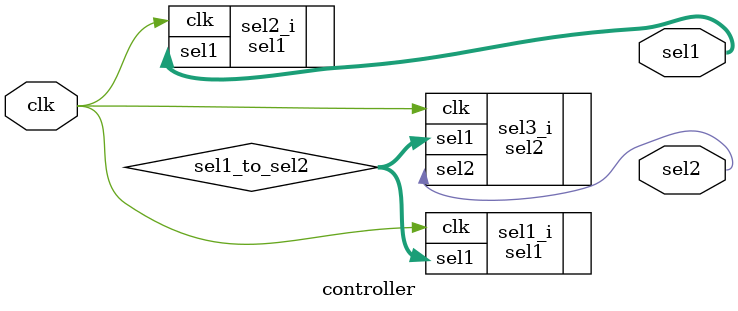
<source format=v>
module controller(
	input clk,
	output [5:0] sel1,
	output sel2
	);
	
	wire [5:0] sel1_to_sel2;
	
	sel1 sel1_i(
		.clk(clk),
		.sel1(sel1_to_sel2)
		);
		
	sel1 sel2_i(
		.clk(clk),
		.sel1(sel1)
		);
		
	sel2 sel3_i(
		.clk(clk),
		.sel1(sel1_to_sel2),
		.sel2(sel2)
		);
	
endmodule
</source>
